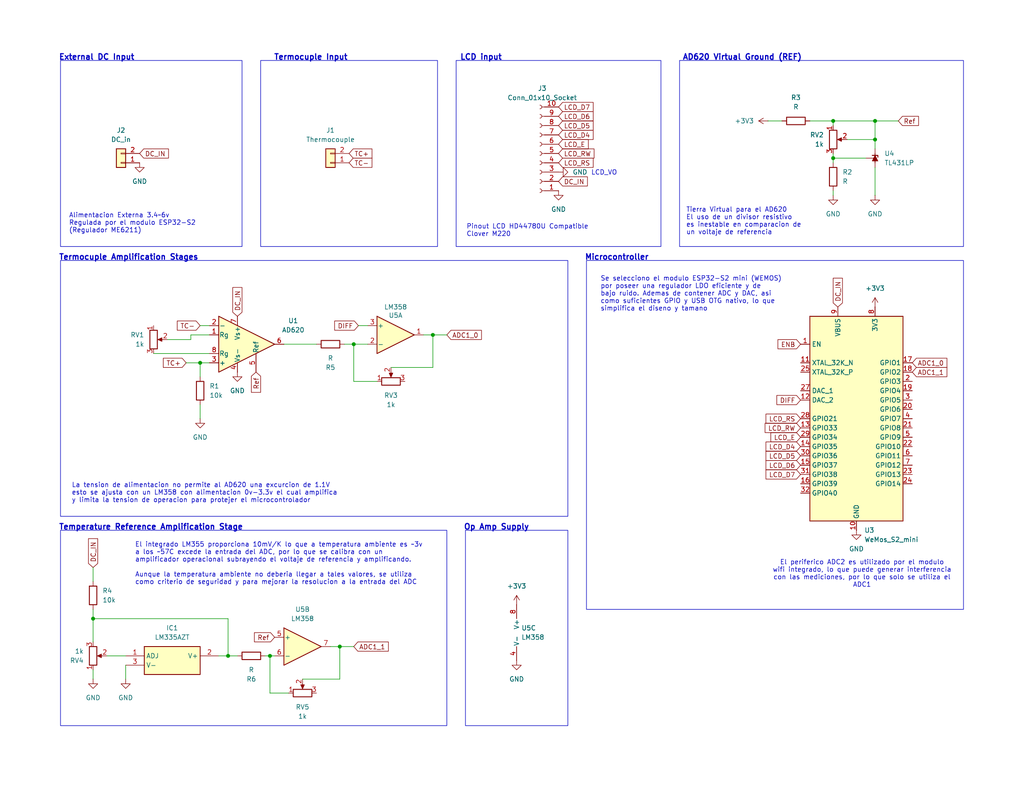
<source format=kicad_sch>
(kicad_sch (version 20250114) (generator "eeschema") (generator_version "9.0")
  (paper "USLetter")
  (title_block (title "Thermocouple"))
  (lib_symbols
    (symbol "Amplifier_Instrumentation:AD620" (pin_names (offset 0.127))
      (property "Reference" "U" (at 3.81 7.62 0))
      (property "Value" "AD620" (at 5.08 5.08 0))
      (symbol "AD620_0_1"
        (polyline (pts (xy -7.62 7.62) (xy -7.62 -7.62) (xy 7.62 0) (xy -7.62 7.62)) (stroke (width 0.254)) (fill (type background)))
      )
      (symbol "AD620_1_1"
        (pin input line (at -10.16 5.08 0) (length 2.54) (name "-") (number "2"))
        (pin passive line (at -10.16 2.54 0) (length 2.54) (name "Rg") (number "1"))
        (pin passive line (at -10.16 -2.54 0) (length 2.54) (name "Rg") (number "8"))
        (pin input line (at -10.16 -5.08 0) (length 2.54) (name "+") (number "3"))
        (pin power_in line (at -2.54 7.62 270) (length 2.54) (name "Vs+") (number "7"))
        (pin power_in line (at -2.54 -7.62 90) (length 2.54) (name "Vs-") (number "4"))
        (pin passive line (at 2.54 -7.62 90) (length 5.08) (name "Ref") (number "5"))
        (pin output line (at 10.16 0 180) (length 2.54) (name "~") (number "6"))
      )
    )
    (symbol "Amplifier_Operational:LM358" (pin_names (offset 0.127))
      (property "Reference" "U" (at 0 5.08 0))
      (property "Value" "LM358" (at 0 -5.08 0))
      (symbol "LM358_1_1"
        (polyline (pts (xy -5.08 5.08) (xy 5.08 0) (xy -5.08 -5.08) (xy -5.08 5.08)) (stroke (width 0.254)) (fill (type background)))
        (pin input line (at -7.62 2.54 0) (length 2.54) (name "+") (number "3"))
        (pin input line (at -7.62 -2.54 0) (length 2.54) (name "-") (number "2"))
        (pin output line (at 7.62 0 180) (length 2.54) (name "~") (number "1"))
      )
      (symbol "LM358_2_1"
        (polyline (pts (xy -5.08 5.08) (xy 5.08 0) (xy -5.08 -5.08) (xy -5.08 5.08)) (stroke (width 0.254)) (fill (type background)))
        (pin input line (at -7.62 2.54 0) (length 2.54) (name "+") (number "5"))
        (pin input line (at -7.62 -2.54 0) (length 2.54) (name "-") (number "6"))
        (pin output line (at 7.62 0 180) (length 2.54) (name "~") (number "7"))
      )
      (symbol "LM358_3_1"
        (pin power_in line (at -2.54 7.62 270) (length 3.81) (name "V+") (number "8"))
        (pin power_in line (at -2.54 -7.62 90) (length 3.81) (name "V-") (number "4"))
      )
    )
    (symbol "Connector:Conn_01x10_Socket" (pin_names (offset 1.016) (hide yes))
      (property "Reference" "J" (at 0 12.7 0))
      (property "Value" "Conn_01x10_Socket" (at 0 -15.24 0))
      (symbol "Conn_01x10_Socket_1_1"
        (polyline (pts (xy -1.27 10.16) (xy -0.508 10.16)) (stroke (width 0.1524)))
        (polyline (pts (xy -1.27 7.62) (xy -0.508 7.62)) (stroke (width 0.1524)))
        (polyline (pts (xy -1.27 5.08) (xy -0.508 5.08)) (stroke (width 0.1524)))
        (polyline (pts (xy -1.27 2.54) (xy -0.508 2.54)) (stroke (width 0.1524)))
        (polyline (pts (xy -1.27 0) (xy -0.508 0)) (stroke (width 0.1524)))
        (polyline (pts (xy -1.27 -2.54) (xy -0.508 -2.54)) (stroke (width 0.1524)))
        (polyline (pts (xy -1.27 -5.08) (xy -0.508 -5.08)) (stroke (width 0.1524)))
        (polyline (pts (xy -1.27 -7.62) (xy -0.508 -7.62)) (stroke (width 0.1524)))
        (polyline (pts (xy -1.27 -10.16) (xy -0.508 -10.16)) (stroke (width 0.1524)))
        (polyline (pts (xy -1.27 -12.7) (xy -0.508 -12.7)) (stroke (width 0.1524)))
        (arc (start 0 9.652) (mid -0.5058 10.16) (end 0 10.668) (stroke (width 0.1524)))
        (arc (start 0 7.112) (mid -0.5058 7.62) (end 0 8.128) (stroke (width 0.1524)))
        (arc (start 0 4.572) (mid -0.5058 5.08) (end 0 5.588) (stroke (width 0.1524)))
        (arc (start 0 2.032) (mid -0.5058 2.54) (end 0 3.048) (stroke (width 0.1524)))
        (arc (start 0 -0.508) (mid -0.5058 0) (end 0 0.508) (stroke (width 0.1524)))
        (arc (start 0 -3.048) (mid -0.5058 -2.54) (end 0 -2.032) (stroke (width 0.1524)))
        (arc (start 0 -5.588) (mid -0.5058 -5.08) (end 0 -4.572) (stroke (width 0.1524)))
        (arc (start 0 -8.128) (mid -0.5058 -7.62) (end 0 -7.112) (stroke (width 0.1524)))
        (arc (start 0 -10.668) (mid -0.5058 -10.16) (end 0 -9.652) (stroke (width 0.1524)))
        (arc (start 0 -13.208) (mid -0.5058 -12.7) (end 0 -12.192) (stroke (width 0.1524)))
        (pin passive line (at -5.08 10.16 0) (length 3.81) (name "Pin_1") (number "1"))
        (pin passive line (at -5.08 7.62 0) (length 3.81) (name "Pin_2") (number "2"))
        (pin passive line (at -5.08 5.08 0) (length 3.81) (name "Pin_3") (number "3"))
        (pin passive line (at -5.08 2.54 0) (length 3.81) (name "Pin_4") (number "4"))
        (pin passive line (at -5.08 0 0) (length 3.81) (name "Pin_5") (number "5"))
        (pin passive line (at -5.08 -2.54 0) (length 3.81) (name "Pin_6") (number "6"))
        (pin passive line (at -5.08 -5.08 0) (length 3.81) (name "Pin_7") (number "7"))
        (pin passive line (at -5.08 -7.62 0) (length 3.81) (name "Pin_8") (number "8"))
        (pin passive line (at -5.08 -10.16 0) (length 3.81) (name "Pin_9") (number "9"))
        (pin passive line (at -5.08 -12.7 0) (length 3.81) (name "Pin_10") (number "10"))
      )
    )
    (symbol "Connector_Generic:Conn_01x02" (pin_names (offset 1.016) (hide yes))
      (property "Reference" "J" (at 0 2.54 0))
      (property "Value" "Conn_01x02" (at 0 -5.08 0))
      (symbol "Conn_01x02_1_1"
        (rectangle (start -1.27 1.27) (end 1.27 -3.81) (stroke (width 0.254)) (fill (type background)))
        (rectangle (start -1.27 0.127) (end 0 -0.127) (stroke (width 0.1524)))
        (rectangle (start -1.27 -2.413) (end 0 -2.667) (stroke (width 0.1524)))
        (pin passive line (at -5.08 0 0) (length 3.81) (name "Pin_1") (number "1"))
        (pin passive line (at -5.08 -2.54 0) (length 3.81) (name "Pin_2") (number "2"))
      )
    )
    (symbol "Device:R" (pin_numbers (hide yes)) (pin_names (offset 0))
      (property "Reference" "R" (at 2.032 0 90))
      (property "Value" "R" (at 0 0 90))
      (symbol "R_0_1"
        (rectangle (start -1.016 -2.54) (end 1.016 2.54) (stroke (width 0.254)))
      )
      (symbol "R_1_1"
        (pin passive line (at 0 3.81 270) (length 1.27) (name "~") (number "1"))
        (pin passive line (at 0 -3.81 90) (length 1.27) (name "~") (number "2"))
      )
    )
    (symbol "Device:R_Potentiometer" (pin_names (offset 1.016) (hide yes))
      (property "Reference" "RV" (at -4.445 0 90))
      (property "Value" "R_Potentiometer" (at -2.54 0 90))
      (symbol "R_Potentiometer_0_1"
        (rectangle (start 1.016 2.54) (end -1.016 -2.54) (stroke (width 0.254)))
        (polyline (pts (xy 1.143 0) (xy 2.286 0.508) (xy 2.286 -0.508) (xy 1.143 0)) (fill (type outline)))
        (polyline (pts (xy 2.54 0) (xy 1.524 0)))
      )
      (symbol "R_Potentiometer_1_1"
        (pin passive line (at 0 3.81 270) (length 1.27) (name "1") (number "1"))
        (pin passive line (at 0 -3.81 90) (length 1.27) (name "3") (number "3"))
        (pin passive line (at 3.81 0 180) (length 1.27) (name "2") (number "2"))
      )
    )
    (symbol "LM335AZT:LM335AZT"
      (property "Reference" "IC" (at 21.59 7.62 0))
      (property "Value" "LM335AZT" (at 21.59 5.08 0))
      (symbol "LM335AZT_1_1"
        (rectangle (start 5.08 2.54) (end 20.32 -5.08) (stroke (width 0.254)) (fill (type background)))
        (pin passive line (at 0 0 0) (length 5.08) (name "ADJ") (number "1"))
        (pin passive line (at 0 -2.54 0) (length 5.08) (name "V-") (number "3"))
        (pin passive line (at 25.4 0 180) (length 5.08) (name "V+") (number "2"))
      )
    )
    (symbol "RF_Module2:WeMos_S2_mini"
      (property "Reference" "U" (at 2.54 -30.48 0))
      (property "Value" "WeMos_S2_mini" (at 2.54 -33.02 0))
      (symbol "WeMos_S2_mini_1_1"
        (rectangle (start -12.7 27.94) (end 12.7 -27.94) (stroke (width 0.254)) (fill (type background)))
        (pin input line (at -15.24 20.32 0) (length 2.54) (name "EN") (number "1"))
        (pin input line (at -15.24 15.24 0) (length 2.54) (name "XTAL_32K_N") (number "11"))
        (pin output line (at -15.24 12.7 0) (length 2.54) (name "XTAL_32K_P") (number "25"))
        (pin output line (at -15.24 7.62 0) (length 2.54) (name "DAC_1") (number "27"))
        (pin output line (at -15.24 5.08 0) (length 2.54) (name "DAC_2") (number "12"))
        (pin bidirectional line (at -15.24 0 0) (length 2.54) (name "GPIO21") (number "28"))
        (pin bidirectional line (at -15.24 -2.54 0) (length 2.54) (name "GPIO33") (number "13"))
        (pin bidirectional line (at -15.24 -5.08 0) (length 2.54) (name "GPIO34") (number "29"))
        (pin bidirectional line (at -15.24 -7.62 0) (length 2.54) (name "GPIO35") (number "14"))
        (pin bidirectional line (at -15.24 -10.16 0) (length 2.54) (name "GPIO36") (number "30"))
        (pin bidirectional line (at -15.24 -12.7 0) (length 2.54) (name "GPIO37") (number "15"))
        (pin bidirectional line (at -15.24 -15.24 0) (length 2.54) (name "GPIO38") (number "31"))
        (pin bidirectional line (at -15.24 -17.78 0) (length 2.54) (name "GPIO39") (number "16"))
        (pin bidirectional line (at -15.24 -20.32 0) (length 2.54) (name "GPIO40") (number "32"))
        (pin power_out line (at -5.08 30.48 270) (length 2.54) (name "VBUS") (number "9"))
        (pin power_in line (at 0 -30.48 90) (length 2.54) (name "GND") (number "10"))
        (pin passive line (at 0 -30.48 90) (length 2.54) (hide yes) (name "GND") (number "26"))
        (pin power_out line (at 5.08 30.48 270) (length 2.54) (name "3V3") (number "8"))
        (pin bidirectional line (at 15.24 15.24 180) (length 2.54) (name "GPIO1") (number "17"))
        (pin bidirectional line (at 15.24 12.7 180) (length 2.54) (name "GPIO2") (number "18"))
        (pin bidirectional line (at 15.24 10.16 180) (length 2.54) (name "GPIO3") (number "2"))
        (pin bidirectional line (at 15.24 7.62 180) (length 2.54) (name "GPIO4") (number "19"))
        (pin bidirectional line (at 15.24 5.08 180) (length 2.54) (name "GPIO5") (number "3"))
        (pin bidirectional line (at 15.24 2.54 180) (length 2.54) (name "GPIO6") (number "20"))
        (pin bidirectional line (at 15.24 0 180) (length 2.54) (name "GPIO7") (number "4"))
        (pin bidirectional line (at 15.24 -2.54 180) (length 2.54) (name "GPIO8") (number "21"))
        (pin bidirectional line (at 15.24 -5.08 180) (length 2.54) (name "GPIO9") (number "5"))
        (pin bidirectional line (at 15.24 -7.62 180) (length 2.54) (name "GPIO10") (number "22"))
        (pin bidirectional line (at 15.24 -10.16 180) (length 2.54) (name "GPIO11") (number "6"))
        (pin bidirectional line (at 15.24 -12.7 180) (length 2.54) (name "GPIO12") (number "7"))
        (pin bidirectional line (at 15.24 -15.24 180) (length 2.54) (name "GPIO13") (number "23"))
        (pin bidirectional line (at 15.24 -17.78 180) (length 2.54) (name "GPIO14") (number "24"))
      )
    )
    (symbol "Reference_Voltage:TL431LP" (pin_numbers (hide yes)) (pin_names (hide yes))
      (property "Reference" "U" (at -2.54 2.54 0))
      (property "Value" "TL431LP" (at 0 -2.54 0))
      (symbol "TL431LP_0_1"
        (polyline (pts (xy -1.27 0) (xy 0 0) (xy 1.27 0)))
        (polyline (pts (xy -0.762 -0.762) (xy -0.762 0.762) (xy 0.762 0) (xy -0.762 -0.762)) (fill (type outline)))
        (polyline (pts (xy 0.254 -0.762) (xy 0.762 -0.762) (xy 0.762 0.762) (xy 0.762 0.762)) (stroke (width 0.254)))
      )
      (symbol "TL431LP_1_1"
        (pin passive line (at -2.54 0 0) (length 2.54) (name "A") (number "2"))
        (pin passive line (at 0 2.54 270) (length 2.54) (name "REF") (number "1"))
        (pin passive line (at 2.54 0 180) (length 2.54) (name "K") (number "3"))
      )
    )
    (symbol "power:+3V3" (power) (pin_numbers (hide yes)) (pin_names (offset 0) (hide yes))
      (property "Value" "+3V3" (at 0 3.556 0))
      (symbol "+3V3_0_1"
        (polyline (pts (xy -0.762 1.27) (xy 0 2.54)))
        (polyline (pts (xy 0 2.54) (xy 0.762 1.27)))
        (polyline (pts (xy 0 0) (xy 0 2.54)))
      )
      (symbol "+3V3_1_1"
        (pin power_in line (at 0 0 90) (length 0) (name "~") (number "1"))
      )
    )
    (symbol "power:GND" (power) (pin_numbers (hide yes)) (pin_names (offset 0) (hide yes))
      (property "Value" "GND" (at 0 -3.81 0))
      (symbol "GND_0_1"
        (polyline (pts (xy 0 0) (xy 0 -1.27) (xy 1.27 -1.27) (xy 0 -2.54) (xy -1.27 -1.27) (xy 0 -1.27)))
      )
      (symbol "GND_1_1"
        (pin power_in line (at 0 0 270) (length 0) (name "~") (number "1"))
      )
    )
  )
  (rectangle (start 16.51 16.51) (end 66.04 67.31))
  (rectangle (start 127 144.78) (end 154.94 198.12))
  (rectangle (start 124.46 16.51) (end 180.34 67.31))
  (rectangle (start 71.12 16.51) (end 119.38 67.31))
  (rectangle (start 185.42 16.51) (end 262.89 67.31))
  (rectangle (start 16.51 71.12) (end 154.94 140.97))
  (rectangle (start 16.51 144.78) (end 121.92 198.12))
  (rectangle (start 160.02 71.12) (end 262.89 166.37))
  (text "Termocuple Input" (at 74.676 15.748 0) (effects (font (size 1.524 1.524) (thickness 0.3048) (bold yes)) (justify left)))
  (text "LCD input" (at 125.476 15.748 0) (effects (font (size 1.524 1.524) (thickness 0.3048) (bold yes)) (justify left)))
  (text "La tension de alimentacion no permite al AD620 una excurcion de 1.1V\nesto se ajusta con un LM358 con alimentacion 0v-3.3v el cual amplifica\ny limita la tension de operacion para protejer el microcontrolador" (at 19.558 134.62 0) (effects (font (size 1.27 1.27)) (justify left)))
  (text "Se selecciono el modulo ESP32-S2 mini (WEMOS)\npor poseer una regulador LDO eficiente y de\nbajo ruido. Ademas de contener ADC y DAC, asi\ncomo suficientes GPIO y USB OTG nativo, lo que\nsimplifica el diseno y tamano" (at 163.83 75.438 0) (effects (font (size 1.27 1.27)) (justify left top)))
  (text "External DC Input" (at 16.002 15.748 0) (effects (font (size 1.524 1.524) (thickness 0.3048) (bold yes)) (justify left)))
  (text "AD620 Virtual Ground (REF)" (at 186.182 15.748 0) (effects (font (size 1.524 1.524) (thickness 0.3048) (bold yes)) (justify left)))
  (text "Microcontroller" (at 159.512 70.358 0) (effects (font (size 1.524 1.524) (thickness 0.3048) (bold yes)) (justify left)))
  (text "Alimentacion Externa 3.4~6v\nRegulada por el modulo ESP32-S2\n(Regulador ME6211)" (at 18.796 60.96 0) (effects (font (size 1.27 1.27)) (justify left)))
  (text "El integrado LM355 proporciona 10mV/K lo que a temperatura ambiente es ~3v\na los ~57C excede la entrada del ADC, por lo que se calibra con un\namplificador operacional subrayendo el voltaje de referencia y amplificando.\n\nAunque la temperatura ambiente no deberia llegar a tales valores, se utiliza\ncomo criterio de seguridad y para mejorar la resolucion a la entrada del ADC" (at 36.83 153.924 0) (effects (font (size 1.27 1.27)) (justify left)))
  (text "LCD_VO" (at 164.846 47.244 0) (effects (font (size 1.27 1.27))))
  (text "Tierra Virtual para el AD620\nEl uso de un divisor resistivo\nes inestable en comparacion de\nun voltaje de referencia" (at 187.198 60.452 0) (effects (font (size 1.27 1.27)) (justify left)))
  (text "Op Amp Supply" (at 126.492 144.018 0) (effects (font (size 1.524 1.524) (thickness 0.3048) (bold yes)) (justify left)))
  (text "Temperature Reference Amplification Stage" (at 16.002 144.018 0) (effects (font (size 1.524 1.524) (thickness 0.3048) (bold yes)) (justify left)))
  (text "Termocuple Amplification Stages" (at 16.002 70.358 0) (effects (font (size 1.524 1.524) (thickness 0.3048) (bold yes)) (justify left)))
  (text "Pinout LCD HD44780U Compatible\nClover M220" (at 127.254 62.992 0) (effects (font (size 1.27 1.27)) (justify left)))
  (text "El periferico ADC2 es utilizado por el modulo\nwifi integrado, lo que puede generar interferencia\ncon las mediciones, por lo que solo se utiliza el\nADC1" (at 235.204 156.718 0) (effects (font (size 1.27 1.27))))
  (junction (at 227.33 33.02))
  (junction (at 238.76 33.02))
  (junction (at 54.61 99.06))
  (junction (at 92.71 176.53))
  (junction (at 238.76 38.1))
  (junction (at 96.52 93.98))
  (junction (at 118.11 91.44))
  (junction (at 73.66 179.07))
  (junction (at 227.33 43.18))
  (junction (at 62.23 179.07))
  (junction (at 25.4 168.91))
  (wire (pts (xy 82.55 185.42) (xy 92.71 185.42)))
  (wire (pts (xy 227.33 33.02) (xy 227.33 34.29)))
  (wire (pts (xy 97.79 88.9) (xy 100.33 88.9)))
  (wire (pts (xy 231.14 38.1) (xy 238.76 38.1)))
  (wire (pts (xy 34.29 185.42) (xy 34.29 181.61)))
  (wire (pts (xy 227.33 52.07) (xy 227.33 53.34)))
  (wire (pts (xy 78.74 189.23) (xy 73.66 189.23)))
  (wire (pts (xy 54.61 99.06) (xy 54.61 102.87)))
  (wire (pts (xy 54.61 88.9) (xy 57.15 88.9)))
  (wire (pts (xy 62.23 179.07) (xy 64.77 179.07)))
  (wire (pts (xy 92.71 176.53) (xy 92.71 185.42)))
  (wire (pts (xy 238.76 45.72) (xy 238.76 53.34)))
  (wire (pts (xy 96.52 104.14) (xy 96.52 93.98)))
  (wire (pts (xy 77.47 93.98) (xy 86.36 93.98)))
  (wire (pts (xy 118.11 91.44) (xy 118.11 100.33)))
  (wire (pts (xy 227.33 43.18) (xy 227.33 44.45)))
  (wire (pts (xy 54.61 99.06) (xy 57.15 99.06)))
  (wire (pts (xy 25.4 166.37) (xy 25.4 168.91)))
  (wire (pts (xy 73.66 179.07) (xy 74.93 179.07)))
  (wire (pts (xy 41.91 96.52) (xy 57.15 96.52)))
  (wire (pts (xy 25.4 182.88) (xy 25.4 185.42)))
  (wire (pts (xy 54.61 110.49) (xy 54.61 114.3)))
  (wire (pts (xy 118.11 91.44) (xy 121.92 91.44)))
  (wire (pts (xy 52.07 91.44) (xy 57.15 91.44)))
  (wire (pts (xy 50.8 99.06) (xy 54.61 99.06)))
  (wire (pts (xy 238.76 38.1) (xy 238.76 40.64)))
  (wire (pts (xy 220.98 33.02) (xy 227.33 33.02)))
  (wire (pts (xy 92.71 176.53) (xy 96.52 176.53)))
  (wire (pts (xy 227.33 33.02) (xy 238.76 33.02)))
  (wire (pts (xy 96.52 93.98) (xy 100.33 93.98)))
  (wire (pts (xy 238.76 33.02) (xy 238.76 38.1)))
  (wire (pts (xy 62.23 179.07) (xy 59.69 179.07)))
  (wire (pts (xy 45.72 92.71) (xy 52.07 92.71)))
  (wire (pts (xy 106.68 100.33) (xy 118.11 100.33)))
  (wire (pts (xy 25.4 175.26) (xy 25.4 168.91)))
  (wire (pts (xy 29.21 179.07) (xy 34.29 179.07)))
  (wire (pts (xy 52.07 92.71) (xy 52.07 91.44)))
  (wire (pts (xy 72.39 179.07) (xy 73.66 179.07)))
  (wire (pts (xy 25.4 168.91) (xy 62.23 168.91)))
  (wire (pts (xy 227.33 41.91) (xy 227.33 43.18)))
  (wire (pts (xy 96.52 104.14) (xy 102.87 104.14)))
  (wire (pts (xy 238.76 33.02) (xy 245.11 33.02)))
  (wire (pts (xy 62.23 168.91) (xy 62.23 179.07)))
  (wire (pts (xy 93.98 93.98) (xy 96.52 93.98)))
  (wire (pts (xy 90.17 176.53) (xy 92.71 176.53)))
  (wire (pts (xy 213.36 33.02) (xy 209.55 33.02)))
  (wire (pts (xy 115.57 91.44) (xy 118.11 91.44)))
  (wire (pts (xy 73.66 189.23) (xy 73.66 179.07)))
  (wire (pts (xy 227.33 43.18) (xy 236.22 43.18)))
  (wire (pts (xy 25.4 154.94) (xy 25.4 158.75)))
  (global_label "TC-" (shape input) (at 95.25 44.45 0) (property "Intersheetrefs" "${INTERSHEET_REFS}" (effects (hide yes))))
  (global_label "TC+" (shape input) (at 95.25 41.91 0) (property "Intersheetrefs" "${INTERSHEET_REFS}" (effects (hide yes))))
  (global_label "LCD_E" (shape input) (at 218.44 119.38 180) (property "Intersheetrefs" "${INTERSHEET_REFS}" (effects (hide yes))))
  (global_label "LCD_D5" (shape input) (at 152.4 34.29 0) (property "Intersheetrefs" "${INTERSHEET_REFS}" (effects (hide yes))))
  (global_label "LCD_E" (shape input) (at 152.4 39.37 0) (property "Intersheetrefs" "${INTERSHEET_REFS}" (effects (hide yes))))
  (global_label "LCD_D6" (shape input) (at 152.4 31.75 0) (property "Intersheetrefs" "${INTERSHEET_REFS}" (effects (hide yes))))
  (global_label "LCD_RS" (shape input) (at 218.44 114.3 180) (property "Intersheetrefs" "${INTERSHEET_REFS}" (effects (hide yes))))
  (global_label "LCD_D4" (shape input) (at 152.4 36.83 0) (property "Intersheetrefs" "${INTERSHEET_REFS}" (effects (hide yes))))
  (global_label "TC+" (shape input) (at 50.8 99.06 180) (property "Intersheetrefs" "${INTERSHEET_REFS}" (effects (hide yes))))
  (global_label "ADC1_1" (shape input) (at 96.52 176.53 0) (property "Intersheetrefs" "${INTERSHEET_REFS}" (effects (hide yes))))
  (global_label "ADC1_1" (shape input) (at 248.92 101.6 0) (property "Intersheetrefs" "${INTERSHEET_REFS}" (effects (hide yes))))
  (global_label "LCD_RW" (shape input) (at 152.4 41.91 0) (property "Intersheetrefs" "${INTERSHEET_REFS}" (effects (hide yes))))
  (global_label "Ref" (shape input) (at 74.93 173.99 180) (property "Intersheetrefs" "${INTERSHEET_REFS}" (effects (hide yes))))
  (global_label "ENB" (shape input) (at 218.44 93.98 180) (property "Intersheetrefs" "${INTERSHEET_REFS}" (effects (hide yes))))
  (global_label "DC_IN" (shape input) (at 38.1 41.91 0) (property "Intersheetrefs" "${INTERSHEET_REFS}" (effects (hide yes))))
  (global_label "LCD_D6" (shape input) (at 218.44 127 180) (property "Intersheetrefs" "${INTERSHEET_REFS}" (effects (hide yes))))
  (global_label "DIFF" (shape input) (at 97.79 88.9 180) (property "Intersheetrefs" "${INTERSHEET_REFS}" (effects (hide yes))))
  (global_label "ADC1_0" (shape input) (at 248.92 99.06 0) (property "Intersheetrefs" "${INTERSHEET_REFS}" (effects (hide yes))))
  (global_label "DIFF" (shape input) (at 218.44 109.22 180) (property "Intersheetrefs" "${INTERSHEET_REFS}" (effects (hide yes))))
  (global_label "DC_IN" (shape input) (at 64.77 86.36 90) (property "Intersheetrefs" "${INTERSHEET_REFS}" (effects (hide yes))))
  (global_label "DC_IN" (shape input) (at 228.6 83.82 90) (property "Intersheetrefs" "${INTERSHEET_REFS}" (effects (hide yes))))
  (global_label "Ref" (shape input) (at 69.85 101.6 270) (property "Intersheetrefs" "${INTERSHEET_REFS}" (effects (hide yes))))
  (global_label "TC-" (shape input) (at 54.61 88.9 180) (property "Intersheetrefs" "${INTERSHEET_REFS}" (effects (hide yes))))
  (global_label "ADC1_0" (shape input) (at 121.92 91.44 0) (property "Intersheetrefs" "${INTERSHEET_REFS}" (effects (hide yes))))
  (global_label "LCD_D4" (shape input) (at 218.44 121.92 180) (property "Intersheetrefs" "${INTERSHEET_REFS}" (effects (hide yes))))
  (global_label "LCD_D7" (shape input) (at 218.44 129.54 180) (property "Intersheetrefs" "${INTERSHEET_REFS}" (effects (hide yes))))
  (global_label "LCD_RW" (shape input) (at 218.44 116.84 180) (property "Intersheetrefs" "${INTERSHEET_REFS}" (effects (hide yes))))
  (global_label "DC_IN" (shape input) (at 25.4 154.94 90) (property "Intersheetrefs" "${INTERSHEET_REFS}" (effects (hide yes))))
  (global_label "DC_IN" (shape input) (at 152.4 49.53 0) (property "Intersheetrefs" "${INTERSHEET_REFS}" (effects (hide yes))))
  (global_label "LCD_D7" (shape input) (at 152.4 29.21 0) (property "Intersheetrefs" "${INTERSHEET_REFS}" (effects (hide yes))))
  (global_label "LCD_RS" (shape input) (at 152.4 44.45 0) (property "Intersheetrefs" "${INTERSHEET_REFS}" (effects (hide yes))))
  (global_label "Ref" (shape input) (at 245.11 33.02 0) (property "Intersheetrefs" "${INTERSHEET_REFS}" (effects (hide yes))))
  (global_label "LCD_D5" (shape input) (at 218.44 124.46 180) (property "Intersheetrefs" "${INTERSHEET_REFS}" (effects (hide yes))))
  (symbol (lib_id "Device:R") (at 90.17 93.98 90) (mirror x) (unit 1)
    (property "Reference" "R5" (at 90.17 100.33 90))
    (property "Value" "R" (at 90.17 97.79 90))
    (property "Footprint" "Resistor_SMD:R_1206_3216Metric_Pad1.30x1.75mm_HandSolder" (effects (hide yes)))
    (property "Description" "Resistor" (effects (hide yes)))
  )
  (symbol (lib_id "Device:R_Potentiometer") (at 106.68 104.14 90) (unit 1)
    (property "Reference" "RV3" (at 106.68 107.95 90))
    (property "Value" "1k" (at 106.68 110.49 90))
    (property "Footprint" "Potentiometer_SMD:Potentiometer_Bourns_TC33X_Vertical" (effects (hide yes)))
    (property "Description" "Potentiometer" (effects (hide yes)))
  )
  (symbol (lib_id "Device:R") (at 54.61 106.68 0) (unit 1)
    (property "Reference" "R1" (at 57.15 105.4099 0) (effects (justify left)))
    (property "Value" "10k" (at 57.15 107.9499 0) (effects (justify left)))
    (property "Footprint" "Resistor_SMD:R_1206_3216Metric_Pad1.30x1.75mm_HandSolder" (effects (hide yes)))
    (property "Description" "Resistor" (effects (hide yes)))
  )
  (symbol (lib_id "power:GND") (at 233.68 144.78 0) (unit 1)
    (property "Reference" "#PWR08" (effects (hide yes)))
    (property "Value" "GND" (at 233.68 149.86 0))
    (property "Description" "Power symbol creates a global label with name \"GND\" , ground" (effects (hide yes)))
  )
  (symbol (lib_id "power:GND") (at 38.1 44.45 0) (unit 1)
    (property "Reference" "#PWR011" (effects (hide yes)))
    (property "Value" "GND" (at 38.1 49.53 0))
    (property "Description" "Power symbol creates a global label with name \"GND\" , ground" (effects (hide yes)))
  )
  (symbol (lib_id "Amplifier_Operational:LM358") (at 143.51 172.72 0) (unit 3)
    (property "Reference" "U5" (at 142.24 171.4499 0) (effects (justify left)))
    (property "Value" "LM358" (at 142.24 173.9899 0) (effects (justify left)))
    (property "Footprint" "Package_SO:SOIC-8_3.9x4.9mm_P1.27mm" (effects (hide yes)))
    (property "Datasheet" "http://www.ti.com/lit/ds/symlink/lm2904-n.pdf" (effects (hide yes)))
    (property "Description" "Low-Power, Dual Operational Amplifiers, DIP-8/SOIC-8/TO-99-8" (effects (hide yes)))
  )
  (symbol (lib_id "RF_Module2:WeMos_S2_mini") (at 233.68 114.3 0) (unit 1)
    (property "Reference" "U3" (at 235.8233 144.78 0) (effects (justify left)))
    (property "Value" "WeMos_S2_mini" (at 235.8233 147.32 0) (effects (justify left)))
    (property "Footprint" "footprints:WEMOS_S2_mini" (effects (hide yes)))
    (property "Datasheet" "https://www.wemos.cc/en/latest/s2/s2_mini.html" (effects (hide yes)))
    (property "Description" "32-bit microcontroller module with WiFi" (effects (hide yes)))
  )
  (symbol (lib_id "power:+3V3") (at 209.55 33.02 90) (unit 1)
    (property "Reference" "#PWR02" (effects (hide yes)))
    (property "Value" "+3V3" (at 205.74 33.0199 90) (effects (justify left)))
    (property "Description" "Power symbol creates a global label with name \"+3V3\"" (effects (hide yes)))
  )
  (symbol (lib_id "Amplifier_Operational:LM358") (at 82.55 176.53 0) (unit 2)
    (property "Reference" "U5" (at 82.55 166.37 0))
    (property "Value" "LM358" (at 82.55 168.91 0))
    (property "Footprint" "Package_SO:SOIC-8_3.9x4.9mm_P1.27mm" (effects (hide yes)))
    (property "Datasheet" "http://www.ti.com/lit/ds/symlink/lm2904-n.pdf" (effects (hide yes)))
    (property "Description" "Low-Power, Dual Operational Amplifiers, DIP-8/SOIC-8/TO-99-8" (effects (hide yes)))
  )
  (symbol (lib_id "Amplifier_Operational:LM358") (at 107.95 91.44 0) (unit 1)
    (property "Reference" "U5" (at 107.95 86.106 0))
    (property "Value" "LM358" (at 107.95 83.82 0))
    (property "Footprint" "Package_SO:SOIC-8_3.9x4.9mm_P1.27mm" (effects (hide yes)))
    (property "Datasheet" "http://www.ti.com/lit/ds/symlink/lm2904-n.pdf" (effects (hide yes)))
    (property "Description" "Low-Power, Dual Operational Amplifiers, DIP-8/SOIC-8/TO-99-8" (effects (hide yes)))
  )
  (symbol (lib_id "power:GND") (at 25.4 185.42 0) (unit 1)
    (property "Reference" "#PWR016" (effects (hide yes)))
    (property "Value" "GND" (at 25.4 190.5 0))
    (property "Description" "Power symbol creates a global label with name \"GND\" , ground" (effects (hide yes)))
  )
  (symbol (lib_id "power:+3V3") (at 238.76 83.82 0) (unit 1)
    (property "Reference" "#PWR06" (effects (hide yes)))
    (property "Value" "+3V3" (at 238.76 78.74 0))
    (property "Description" "Power symbol creates a global label with name \"+3V3\"" (effects (hide yes)))
  )
  (symbol (lib_id "Device:R") (at 217.17 33.02 90) (unit 1)
    (property "Reference" "R3" (at 217.17 26.6393 90))
    (property "Value" "R" (at 217.17 29.1793 90))
    (property "Footprint" "Resistor_SMD:R_1206_3216Metric_Pad1.30x1.75mm_HandSolder" (effects (hide yes)))
    (property "Description" "Resistor" (effects (hide yes)))
  )
  (symbol (lib_id "Device:R_Potentiometer") (at 227.33 38.1 0) (unit 1)
    (property "Reference" "RV2" (at 224.79 36.8299 0) (effects (justify right)))
    (property "Value" "1k" (at 224.79 39.3699 0) (effects (justify right)))
    (property "Footprint" "Potentiometer_SMD:Potentiometer_Bourns_TC33X_Vertical" (effects (hide yes)))
    (property "Description" "Potentiometer" (effects (hide yes)))
  )
  (symbol (lib_id "power:GND") (at 238.76 53.34 0) (unit 1)
    (property "Reference" "#PWR09" (effects (hide yes)))
    (property "Value" "GND" (at 238.76 58.42 0))
    (property "Description" "Power symbol creates a global label with name \"GND\" , ground" (effects (hide yes)))
  )
  (symbol (lib_id "Connector_Generic:Conn_01x02") (at 33.02 44.45 180) (unit 1)
    (property "Reference" "J2" (at 33.02 35.56 0))
    (property "Value" "DC_in" (at 33.02 38.1 0))
    (property "Footprint" "Connector_PinHeader_2.54mm:PinHeader_1x02_P2.54mm_Vertical" (effects (hide yes)))
    (property "Description" "Generic connector, single row, 01x02, script generated (kicad-library-utils/schlib/autogen/connector/)" (effects (hide yes)))
  )
  (symbol (lib_id "LM335AZT:LM335AZT") (at 34.29 179.07 0) (unit 1)
    (property "Reference" "IC1" (at 46.99 171.45 0))
    (property "Value" "LM335AZT" (at 46.99 173.99 0))
    (property "Footprint" "Package_TO_SOT_THT:TO-92L_HandSolder" (effects (hide yes)))
    (property "Datasheet" "https://www.st.com/resource/en/datasheet/lm135.pdf" (effects (hide yes)))
    (property "Description" "Temperature Sensor Analog, Local -40C ~ 100C 10mV/K TO-92-3" (effects (hide yes)))
    (property "Height" "5.33" (effects (hide yes)))
    (property "Manufacturer_Name" "STMicroelectronics" (effects (hide yes)))
    (property "Manufacturer_Part_Number" "LM335AZT" (effects (hide yes)))
    (property "Mouser Part Number" "511-LM335AZT" (effects (hide yes)))
    (property "Mouser Price/Stock" "https://www.mouser.co.uk/ProductDetail/STMicroelectronics/LM335AZT?qs=QVBMgXxBiLx2SaaepOX6UQ%3D%3D" (effects (hide yes)))
    (property "Arrow Part Number" "LM335AZT" (effects (hide yes)))
    (property "Arrow Price/Stock" "https://www.arrow.com/en/products/lm335azt/stmicroelectronics?region=nac" (effects (hide yes)))
  )
  (symbol (lib_id "Device:R_Potentiometer") (at 41.91 92.71 0) (unit 1)
    (property "Reference" "RV1" (at 39.37 91.4399 0) (effects (justify right)))
    (property "Value" "1k" (at 39.37 93.9799 0) (effects (justify right)))
    (property "Footprint" "Potentiometer_SMD:Potentiometer_Bourns_TC33X_Vertical" (effects (hide yes)))
    (property "Description" "Potentiometer" (effects (hide yes)))
  )
  (symbol (lib_id "Amplifier_Instrumentation:AD620") (at 67.31 93.98 0) (unit 1)
    (property "Reference" "U1" (at 80.01 87.5598 0))
    (property "Value" "AD620" (at 80.01 90.0998 0))
    (property "Footprint" "Package_DIP:DIP-8_W7.62mm_Socket_LongPads" (effects (hide yes)))
    (property "Datasheet" "https://www.analog.com/media/en/technical-documentation/data-sheets/AD620.pdf" (effects (hide yes)))
    (property "Description" "Low Cost, Low Power, Instrumentation Amplifier, DIP-8/SOIC-8" (effects (hide yes)))
  )
  (symbol (lib_id "power:GND") (at 64.77 101.6 0) (unit 1)
    (property "Reference" "#PWR03" (effects (hide yes)))
    (property "Value" "GND" (at 64.77 106.68 0))
    (property "Description" "Power symbol creates a global label with name \"GND\" , ground" (effects (hide yes)))
  )
  (symbol (lib_id "Device:R") (at 25.4 162.56 0) (unit 1)
    (property "Reference" "R4" (at 27.94 161.2899 0) (effects (justify left)))
    (property "Value" "10k" (at 27.94 163.8299 0) (effects (justify left)))
    (property "Footprint" "Resistor_SMD:R_1206_3216Metric_Pad1.30x1.75mm_HandSolder" (effects (hide yes)))
    (property "Description" "Resistor" (effects (hide yes)))
  )
  (symbol (lib_id "Device:R") (at 68.58 179.07 90) (mirror x) (unit 1)
    (property "Reference" "R6" (at 68.58 185.42 90))
    (property "Value" "R" (at 68.58 182.88 90))
    (property "Footprint" "Resistor_SMD:R_1206_3216Metric_Pad1.30x1.75mm_HandSolder" (effects (hide yes)))
    (property "Description" "Resistor" (effects (hide yes)))
  )
  (symbol (lib_id "power:GND") (at 152.4 46.99 90) (unit 1)
    (property "Reference" "#PWR04" (effects (hide yes)))
    (property "Value" "GND" (at 156.21 46.9899 90) (effects (justify right)))
    (property "Description" "Power symbol creates a global label with name \"GND\" , ground" (effects (hide yes)))
  )
  (symbol (lib_id "Connector_Generic:Conn_01x02") (at 90.17 44.45 180) (unit 1)
    (property "Reference" "J1" (at 90.17 35.56 0))
    (property "Value" "Thermocouple" (at 90.17 38.1 0))
    (property "Footprint" "Connector_PinHeader_2.54mm:PinHeader_1x02_P2.54mm_Vertical" (effects (hide yes)))
    (property "Description" "Generic connector, single row, 01x02, script generated (kicad-library-utils/schlib/autogen/connector/)" (effects (hide yes)))
  )
  (symbol (lib_id "power:GND") (at 140.97 180.34 0) (unit 1)
    (property "Reference" "#PWR05" (effects (hide yes)))
    (property "Value" "GND" (at 140.97 185.42 0))
    (property "Description" "Power symbol creates a global label with name \"GND\" , ground" (effects (hide yes)))
  )
  (symbol (lib_id "Device:R_Potentiometer") (at 82.55 189.23 90) (unit 1)
    (property "Reference" "RV5" (at 82.55 193.04 90))
    (property "Value" "1k" (at 82.55 195.58 90))
    (property "Footprint" "Potentiometer_SMD:Potentiometer_Bourns_TC33X_Vertical" (effects (hide yes)))
    (property "Description" "Potentiometer" (effects (hide yes)))
  )
  (symbol (lib_id "Device:R") (at 227.33 48.26 0) (unit 1)
    (property "Reference" "R2" (at 229.87 46.9899 0) (effects (justify left)))
    (property "Value" "R" (at 229.87 49.5299 0) (effects (justify left)))
    (property "Footprint" "Resistor_SMD:R_1206_3216Metric_Pad1.30x1.75mm_HandSolder" (effects (hide yes)))
    (property "Description" "Resistor" (effects (hide yes)))
  )
  (symbol (lib_id "Reference_Voltage:TL431LP") (at 238.76 43.18 90) (unit 1)
    (property "Reference" "U4" (at 241.3 41.9099 90) (effects (justify right)))
    (property "Value" "TL431LP" (at 241.3 44.4499 90) (effects (justify right)))
    (property "Footprint" "Package_TO_SOT_THT:TO-92_HandSolder" (effects (hide yes)))
    (property "Datasheet" "http://www.ti.com/lit/ds/symlink/tl431.pdf" (effects (hide yes)))
    (property "Description" "Shunt Regulator, TO-92" (effects (hide yes)))
  )
  (symbol (lib_id "power:GND") (at 34.29 185.42 0) (unit 1)
    (property "Reference" "#PWR015" (effects (hide yes)))
    (property "Value" "GND" (at 34.29 190.5 0))
    (property "Description" "Power symbol creates a global label with name \"GND\" , ground" (effects (hide yes)))
  )
  (symbol (lib_id "Connector:Conn_01x10_Socket") (at 147.32 41.91 180) (unit 1)
    (property "Reference" "J3" (at 147.955 24.13 0))
    (property "Value" "Conn_01x10_Socket" (at 147.955 26.67 0))
    (property "Footprint" "Connector_PinSocket_2.54mm:PinSocket_1x10_P2.54mm_Vertical" (effects (hide yes)))
    (property "Description" "Generic connector, single row, 01x10, script generated" (effects (hide yes)))
  )
  (symbol (lib_id "power:GND") (at 152.4 52.07 0) (unit 1)
    (property "Reference" "#PWR013" (effects (hide yes)))
    (property "Value" "GND" (at 152.4 57.15 0))
    (property "Description" "Power symbol creates a global label with name \"GND\" , ground" (effects (hide yes)))
  )
  (symbol (lib_id "power:GND") (at 54.61 114.3 0) (unit 1)
    (property "Reference" "#PWR01" (effects (hide yes)))
    (property "Value" "GND" (at 54.61 119.38 0))
    (property "Description" "Power symbol creates a global label with name \"GND\" , ground" (effects (hide yes)))
  )
  (symbol (lib_id "Device:R_Potentiometer") (at 25.4 179.07 0) (mirror x) (unit 1)
    (property "Reference" "RV4" (at 22.86 180.3401 0) (effects (justify right)))
    (property "Value" "1k" (at 22.86 177.8001 0) (effects (justify right)))
    (property "Footprint" "Potentiometer_SMD:Potentiometer_Bourns_TC33X_Vertical" (effects (hide yes)))
    (property "Description" "Potentiometer" (effects (hide yes)))
  )
  (symbol (lib_id "power:GND") (at 227.33 53.34 0) (unit 1)
    (property "Reference" "#PWR010" (effects (hide yes)))
    (property "Value" "GND" (at 227.33 58.42 0))
    (property "Description" "Power symbol creates a global label with name \"GND\" , ground" (effects (hide yes)))
  )
  (symbol (lib_id "power:+3V3") (at 140.97 165.1 0) (unit 1)
    (property "Reference" "#PWR012" (effects (hide yes)))
    (property "Value" "+3V3" (at 140.97 160.02 0))
    (property "Description" "Power symbol creates a global label with name \"+3V3\"" (effects (hide yes)))
  )
)
</source>
